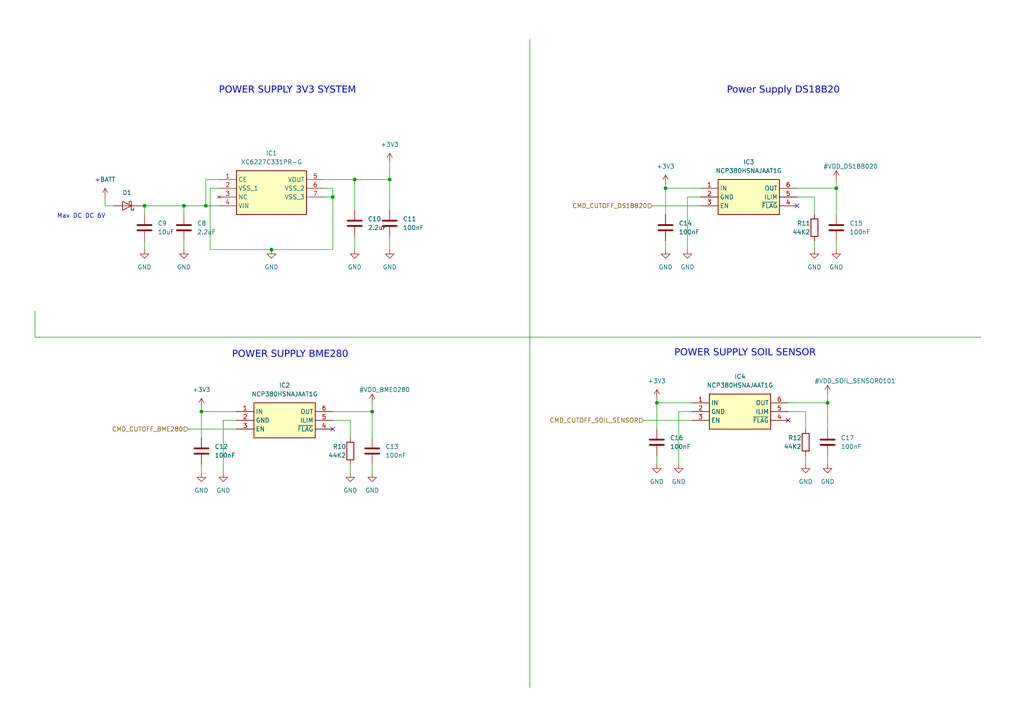
<source format=kicad_sch>
(kicad_sch (version 20230121) (generator eeschema)
  (paper "A4")
  (lib_symbols
    (symbol "Device:C" (pin_numbers hide) (pin_names (offset 0.254))
      (property "Reference" "C" (at 0.635 2.54 0))
      (property "Value" "C" (at 0.635 -2.54 0))
      (symbol "C_0_1"
        (polyline (pts (xy -2.032 -0.762) (xy 2.032 -0.762)) (stroke (width 0.508)))
        (polyline (pts (xy -2.032 0.762) (xy 2.032 0.762)) (stroke (width 0.508)))
      )
      (symbol "C_1_1"
        (pin passive line (at 0 3.81 270) (length 2.794) (name "~") (number "1"))
        (pin passive line (at 0 -3.81 90) (length 2.794) (name "~") (number "2"))
      )
    )
    (symbol "Device:R" (pin_numbers hide) (pin_names (offset 0))
      (property "Reference" "R" (at 2.032 0 90))
      (property "Value" "R" (at 0 0 90))
      (symbol "R_0_1"
        (rectangle (start -1.016 -2.54) (end 1.016 2.54) (stroke (width 0.254)))
      )
      (symbol "R_1_1"
        (pin passive line (at 0 3.81 270) (length 1.27) (name "~") (number "1"))
        (pin passive line (at 0 -3.81 90) (length 1.27) (name "~") (number "2"))
      )
    )
    (symbol "Diode:PMEG4010CEH" (pin_numbers hide) (pin_names hide)
      (property "Reference" "D" (at 0 2.54 0))
      (property "Value" "PMEG4010CEH" (at 0 -2.54 0))
      (symbol "PMEG4010CEH_0_1"
        (polyline (pts (xy 1.27 0) (xy -1.27 0)))
        (polyline (pts (xy 1.27 1.27) (xy 1.27 -1.27) (xy -1.27 0) (xy 1.27 1.27)) (stroke (width 0.2032)))
        (polyline (pts (xy -1.905 0.635) (xy -1.905 1.27) (xy -1.27 1.27) (xy -1.27 -1.27) (xy -0.635 -1.27) (xy -0.635 -0.635)) (stroke (width 0.2032)))
      )
      (symbol "PMEG4010CEH_1_1"
        (pin passive line (at -3.81 0 0) (length 2.54) (name "K") (number "1"))
        (pin passive line (at 3.81 0 180) (length 2.54) (name "A") (number "2"))
      )
    )
    (symbol "NCP380HSNAJAAT1G:NCP380HSNAJAAT1G"
      (property "Reference" "IC" (at 24.13 7.62 0))
      (property "Value" "NCP380HSNAJAAT1G" (at 24.13 5.08 0))
      (symbol "NCP380HSNAJAAT1G_1_1"
        (rectangle (start 5.08 2.54) (end 22.86 -7.62) (stroke (width 0.254)) (fill (type background)))
        (pin input line (at 0 0 0) (length 5.08) (name "IN") (number "1"))
        (pin power_in line (at 0 -2.54 0) (length 5.08) (name "GND") (number "2"))
        (pin passive line (at 0 -5.08 0) (length 5.08) (name "EN") (number "3"))
        (pin passive line (at 27.94 -5.08 180) (length 5.08) (name "~{FLAG}") (number "4"))
        (pin passive line (at 27.94 -2.54 180) (length 5.08) (name "ILIM") (number "5"))
        (pin output line (at 27.94 0 180) (length 5.08) (name "OUT") (number "6"))
      )
    )
    (symbol "XC6227C331PR-G:XC6227C331PR-G"
      (property "Reference" "IC" (at 26.67 7.62 0))
      (property "Value" "XC6227C331PR-G" (at 26.67 5.08 0))
      (symbol "XC6227C331PR-G_1_1"
        (rectangle (start 5.08 2.54) (end 25.4 -10.16) (stroke (width 0.254)) (fill (type background)))
        (pin passive line (at 0 0 0) (length 5.08) (name "CE") (number "1"))
        (pin passive line (at 0 -2.54 0) (length 5.08) (name "VSS_1") (number "2"))
        (pin no_connect line (at 0 -5.08 0) (length 5.08) (name "NC") (number "3"))
        (pin passive line (at 0 -7.62 0) (length 5.08) (name "VIN") (number "4"))
        (pin passive line (at 30.48 0 180) (length 5.08) (name "VOUT") (number "5"))
        (pin passive line (at 30.48 -2.54 180) (length 5.08) (name "VSS_2") (number "6"))
        (pin passive line (at 30.48 -5.08 180) (length 5.08) (name "VSS_3") (number "7"))
      )
    )
    (symbol "power:+3V3" (power) (pin_names (offset 0))
      (property "Value" "+3V3" (at 0 3.556 0))
      (symbol "+3V3_0_1"
        (polyline (pts (xy -0.762 1.27) (xy 0 2.54)))
        (polyline (pts (xy 0 0) (xy 0 2.54)))
        (polyline (pts (xy 0 2.54) (xy 0.762 1.27)))
      )
      (symbol "+3V3_1_1"
        (pin power_in line (at 0 0 90) (length 0) hide (name "+3V3") (number "1"))
      )
    )
    (symbol "power:+BATT" (power) (pin_names (offset 0))
      (property "Value" "+BATT" (at 0 3.556 0))
      (symbol "+BATT_0_1"
        (polyline (pts (xy -0.762 1.27) (xy 0 2.54)))
        (polyline (pts (xy 0 0) (xy 0 2.54)))
        (polyline (pts (xy 0 2.54) (xy 0.762 1.27)))
      )
      (symbol "+BATT_1_1"
        (pin power_in line (at 0 0 90) (length 0) hide (name "+BATT") (number "1"))
      )
    )
    (symbol "power:GND" (power) (pin_names (offset 0))
      (property "Value" "GND" (at 0 -3.81 0))
      (symbol "GND_0_1"
        (polyline (pts (xy 0 0) (xy 0 -1.27) (xy 1.27 -1.27) (xy 0 -2.54) (xy -1.27 -1.27) (xy 0 -1.27)))
      )
      (symbol "GND_1_1"
        (pin power_in line (at 0 0 270) (length 0) hide (name "GND") (number "1"))
      )
    )
    (symbol "power:VDD" (power) (pin_names (offset 0))
      (property "Value" "VDD" (at 0 3.81 0))
      (symbol "VDD_0_1"
        (polyline (pts (xy -0.762 1.27) (xy 0 2.54)))
        (polyline (pts (xy 0 0) (xy 0 2.54)))
        (polyline (pts (xy 0 2.54) (xy 0.762 1.27)))
      )
      (symbol "VDD_1_1"
        (pin power_in line (at 0 0 90) (length 0) hide (name "VDD") (number "1"))
      )
    )
  )
  (junction (at 113.03 52.07))
  (junction (at 242.57 54.61))
  (junction (at 193.04 54.61))
  (junction (at 78.74 72.39))
  (junction (at 59.69 59.69))
  (junction (at 58.42 119.38))
  (junction (at 41.91 59.69))
  (junction (at 107.95 119.38))
  (junction (at 96.52 57.15))
  (junction (at 102.87 52.07))
  (junction (at 190.5 116.84))
  (junction (at 240.03 116.84))
  (junction (at 53.34 59.69))
  (no_connect (at 228.6 121.92))
  (no_connect (at 231.14 59.69))
  (no_connect (at 96.52 124.46))
  (wire (pts (xy 63.5 54.61) (xy 60.96 54.61)))
  (wire (pts (xy 41.91 69.85) (xy 41.91 72.39)))
  (wire (pts (xy 193.04 69.85) (xy 193.04 72.39)))
  (wire (pts (xy 199.39 57.15) (xy 199.39 72.39)))
  (wire (pts (xy 203.2 57.15) (xy 199.39 57.15)))
  (wire (pts (xy 58.42 119.38) (xy 58.42 127)))
  (wire (pts (xy 53.34 59.69) (xy 53.34 62.23)))
  (wire (pts (xy 58.42 119.38) (xy 68.58 119.38)))
  (wire (pts (xy 189.23 59.69) (xy 203.2 59.69)))
  (wire (pts (xy 96.52 121.92) (xy 101.6 121.92)))
  (wire (pts (xy 53.34 69.85) (xy 53.34 72.39)))
  (wire (pts (xy 190.5 132.08) (xy 190.5 134.62)))
  (wire (pts (xy 101.6 134.62) (xy 101.6 137.16)))
  (wire (pts (xy 30.48 57.15) (xy 30.48 59.69)))
  (wire (pts (xy 107.95 116.84) (xy 107.95 119.38)))
  (wire (pts (xy 78.74 72.39) (xy 96.52 72.39)))
  (wire (pts (xy 190.5 116.84) (xy 200.66 116.84)))
  (wire (pts (xy 240.03 114.3) (xy 240.03 116.84)))
  (wire (pts (xy 59.69 59.69) (xy 53.34 59.69)))
  (wire (pts (xy 242.57 52.07) (xy 242.57 54.61)))
  (wire (pts (xy 228.6 119.38) (xy 233.68 119.38)))
  (wire (pts (xy 54.61 124.46) (xy 68.58 124.46)))
  (wire (pts (xy 96.52 72.39) (xy 96.52 57.15)))
  (wire (pts (xy 10.16 97.79) (xy 10.16 90.17)))
  (wire (pts (xy 113.03 52.07) (xy 113.03 60.96)))
  (wire (pts (xy 96.52 119.38) (xy 107.95 119.38)))
  (wire (pts (xy 101.6 121.92) (xy 101.6 127)))
  (wire (pts (xy 190.5 115.57) (xy 190.5 116.84)))
  (wire (pts (xy 93.98 57.15) (xy 96.52 57.15)))
  (wire (pts (xy 96.52 57.15) (xy 96.52 54.61)))
  (wire (pts (xy 102.87 52.07) (xy 102.87 60.96)))
  (wire (pts (xy 96.52 54.61) (xy 93.98 54.61)))
  (wire (pts (xy 190.5 116.84) (xy 190.5 124.46)))
  (wire (pts (xy 236.22 57.15) (xy 236.22 62.23)))
  (wire (pts (xy 53.34 59.69) (xy 41.91 59.69)))
  (wire (pts (xy 59.69 52.07) (xy 59.69 59.69)))
  (wire (pts (xy 113.03 68.58) (xy 113.03 72.39)))
  (wire (pts (xy 60.96 72.39) (xy 78.74 72.39)))
  (wire (pts (xy 196.85 119.38) (xy 196.85 134.62)))
  (wire (pts (xy 242.57 54.61) (xy 242.57 62.23)))
  (wire (pts (xy 231.14 57.15) (xy 236.22 57.15)))
  (wire (pts (xy 102.87 68.58) (xy 102.87 72.39)))
  (wire (pts (xy 193.04 54.61) (xy 193.04 62.23)))
  (wire (pts (xy 102.87 52.07) (xy 113.03 52.07)))
  (wire (pts (xy 240.03 132.08) (xy 240.03 134.62)))
  (wire (pts (xy 231.14 54.61) (xy 242.57 54.61)))
  (wire (pts (xy 233.68 119.38) (xy 233.68 124.46)))
  (wire (pts (xy 242.57 69.85) (xy 242.57 72.39)))
  (wire (pts (xy 186.69 121.92) (xy 200.66 121.92)))
  (wire (pts (xy 63.5 59.69) (xy 59.69 59.69)))
  (wire (pts (xy 153.67 11.43) (xy 153.67 199.39)))
  (wire (pts (xy 228.6 116.84) (xy 240.03 116.84)))
  (wire (pts (xy 113.03 46.99) (xy 113.03 52.07)))
  (wire (pts (xy 40.64 59.69) (xy 41.91 59.69)))
  (wire (pts (xy 193.04 53.34) (xy 193.04 54.61)))
  (wire (pts (xy 60.96 54.61) (xy 60.96 72.39)))
  (wire (pts (xy 240.03 116.84) (xy 240.03 124.46)))
  (wire (pts (xy 41.91 59.69) (xy 41.91 62.23)))
  (wire (pts (xy 193.04 54.61) (xy 203.2 54.61)))
  (wire (pts (xy 284.48 97.79) (xy 10.16 97.79)))
  (wire (pts (xy 236.22 69.85) (xy 236.22 72.39)))
  (wire (pts (xy 107.95 134.62) (xy 107.95 137.16)))
  (wire (pts (xy 58.42 134.62) (xy 58.42 137.16)))
  (wire (pts (xy 64.77 121.92) (xy 64.77 137.16)))
  (wire (pts (xy 107.95 119.38) (xy 107.95 127)))
  (wire (pts (xy 30.48 59.69) (xy 33.02 59.69)))
  (wire (pts (xy 233.68 132.08) (xy 233.68 134.62)))
  (wire (pts (xy 58.42 118.11) (xy 58.42 119.38)))
  (wire (pts (xy 68.58 121.92) (xy 64.77 121.92)))
  (wire (pts (xy 63.5 52.07) (xy 59.69 52.07)))
  (wire (pts (xy 200.66 119.38) (xy 196.85 119.38)))
  (wire (pts (xy 93.98 52.07) (xy 102.87 52.07)))
  (text "Max DC DC 6V" (at 16.51 63.5 0) (effects (font (size 1.27 1.27)) (justify left bottom)))
  (text "POWER SUPPLY 3V3 SYSTEM\n" (at 63.5 27.94 0) (effects (font (size 2 2)) (justify left bottom)))
  (text "POWER SUPPLY BME280\n\n" (at 67.31 107.95 0) (effects (font (size 2 2)) (justify left bottom)))
  (text "POWER SUPPLY SOIL SENSOR\n" (at 195.58 104.14 0) (effects (font (size 2 2)) (justify left bottom)))
  (text "Power Supply DS18B20\n" (at 210.82 27.94 0) (effects (font (size 2 2)) (justify left bottom)))
  (hierarchical_label "CMD_CUTOFF_BME280" (shape input) (at 54.61 124.46 180))
  (hierarchical_label "CMD_CUTOFF_DS18B20" (shape input) (at 189.23 59.69 180))
  (hierarchical_label "CMD_CUTOFF_SOIL_SENSOR" (shape input) (at 186.69 121.92 180))
  (symbol (lib_id "Device:C") (at 193.04 66.04 0) (unit 1)
    (property "Reference" "C14" (at 196.85 64.77 0) (effects (justify left)))
    (property "Value" "100nF" (at 196.85 67.31 0) (effects (justify left)))
    (property "Footprint" "Capacitor_SMD:C_0603_1608Metric" (effects hide))
  )
  (symbol (lib_id "Device:C") (at 41.91 66.04 0) (unit 1)
    (property "Reference" "C9" (at 45.72 64.77 0) (effects (justify left)))
    (property "Value" "10uF" (at 45.72 67.31 0) (effects (justify left)))
    (property "Footprint" "Capacitor_SMD:C_0603_1608Metric" (effects hide))
  )
  (symbol (lib_id "Device:C") (at 190.5 128.27 0) (unit 1)
    (property "Reference" "C16" (at 194.31 127 0) (effects (justify left)))
    (property "Value" "100nF" (at 194.31 129.54 0) (effects (justify left)))
    (property "Footprint" "Capacitor_SMD:C_0603_1608Metric" (effects hide))
  )
  (symbol (lib_id "Device:C") (at 107.95 130.81 0) (unit 1)
    (property "Reference" "C13" (at 111.76 129.54 0) (effects (justify left)))
    (property "Value" "100nF" (at 111.76 132.08 0) (effects (justify left)))
    (property "Footprint" "Capacitor_SMD:C_0603_1608Metric" (effects hide))
  )
  (symbol (lib_id "NCP380HSNAJAAT1G:NCP380HSNAJAAT1G") (at 203.2 54.61 0) (unit 1)
    (property "Reference" "IC3" (at 217.17 46.99 0))
    (property "Value" "NCP380HSNAJAAT1G" (at 217.17 49.53 0))
    (property "Footprint" "SOT95P275X110-6N" (effects hide))
    (property "Datasheet" "http://www.onsemi.com/pub/Collateral/NCP380-D.PDF" (effects hide))
    (property "Height" "1.1" (effects hide))
    (property "Manufacturer_Name" "onsemi" (effects hide))
    (property "Manufacturer_Part_Number" "NCP380HSNAJAAT1G" (effects hide))
    (property "Mouser Part Number" "863-NCP380HSNAJAAT1G" (effects hide))
    (property "Mouser Price/Stock" "https://www.mouser.co.uk/ProductDetail/ON-Semiconductor/NCP380HSNAJAAT1G?qs=YeOvDzlQW7365SuBMYpIhA%3D%3D" (effects hide))
    (property "Arrow Part Number" "NCP380HSNAJAAT1G" (effects hide))
    (property "Arrow Price/Stock" "https://www.arrow.com/en/products/ncp380hsnajaat1g/on-semiconductor?region=nac" (effects hide))
  )
  (symbol (lib_id "XC6227C331PR-G:XC6227C331PR-G") (at 63.5 52.07 0) (unit 1)
    (property "Reference" "IC1" (at 78.74 44.45 0))
    (property "Value" "XC6227C331PR-G" (at 78.74 46.99 0))
    (property "Footprint" "XC6227C501PRG" (effects hide))
    (property "Datasheet" "https://www.torexsemi.com/file/xc6227/XC6227.pdf" (effects hide))
    (property "Height" "1.6" (effects hide))
    (property "Manufacturer_Name" "Torex" (effects hide))
    (property "Manufacturer_Part_Number" "XC6227C331PR-G" (effects hide))
    (property "Mouser Part Number" "865-XC6227C331PR-G" (effects hide))
    (property "Mouser Price/Stock" "https://www.mouser.co.uk/ProductDetail/Torex-Semiconductor/XC6227C331PR-G?qs=AsjdqWjXhJ9DrPcUjKBVyw%3D%3D" (effects hide))
  )
  (symbol (lib_id "Device:C") (at 240.03 128.27 0) (unit 1)
    (property "Reference" "C17" (at 243.84 127 0) (effects (justify left)))
    (property "Value" "100nF" (at 243.84 129.54 0) (effects (justify left)))
    (property "Footprint" "Capacitor_SMD:C_0603_1608Metric" (effects hide))
  )
  (symbol (lib_id "power:GND") (at 193.04 72.39 0) (unit 1)
    (property "Reference" "#PWR038" (effects hide))
    (property "Value" "GND" (at 193.04 77.47 0))
  )
  (symbol (lib_id "Device:C") (at 102.87 64.77 0) (unit 1)
    (property "Reference" "C10" (at 106.68 63.5 0) (effects (justify left)))
    (property "Value" "2.2uF" (at 106.68 66.04 0) (effects (justify left)))
    (property "Footprint" "Capacitor_SMD:C_0805_2012Metric" (effects hide))
  )
  (symbol (lib_id "power:GND") (at 64.77 137.16 0) (unit 1)
    (property "Reference" "#PWR034" (effects hide))
    (property "Value" "GND" (at 64.77 142.24 0))
  )
  (symbol (lib_id "power:GND") (at 101.6 137.16 0) (unit 1)
    (property "Reference" "#PWR036" (effects hide))
    (property "Value" "GND" (at 101.6 142.24 0))
  )
  (symbol (lib_id "power:GND") (at 236.22 72.39 0) (unit 1)
    (property "Reference" "#PWR040" (effects hide))
    (property "Value" "GND" (at 236.22 77.47 0))
  )
  (symbol (lib_id "power:GND") (at 102.87 72.39 0) (unit 1)
    (property "Reference" "#PWR027" (effects hide))
    (property "Value" "GND" (at 102.87 77.47 0))
  )
  (symbol (lib_id "power:VDD") (at 240.03 114.3 0) (unit 1)
    (property "Reference" "#VDD_SOIL_SENSOR0101" (at 236.22 110.49 0) (effects (justify left)))
    (property "Value" "VDD" (effects hide))
  )
  (symbol (lib_id "power:GND") (at 190.5 134.62 0) (unit 1)
    (property "Reference" "#PWR043" (effects hide))
    (property "Value" "GND" (at 190.5 139.7 0))
  )
  (symbol (lib_id "Device:R") (at 101.6 130.81 0) (unit 1)
    (property "Reference" "R10" (at 96.52 129.54 0) (effects (justify left)))
    (property "Value" "44K2" (at 95.25 132.08 0) (effects (justify left)))
    (property "Footprint" "Resistor_SMD:R_0603_1608Metric" (effects hide))
  )
  (symbol (lib_id "power:VDD") (at 107.95 116.84 0) (unit 1)
    (property "Reference" "#VDD_BME0280" (at 104.14 113.03 0) (effects (justify left)))
    (property "Value" "VDD" (effects hide))
  )
  (symbol (lib_id "power:+3V3") (at 193.04 53.34 0) (unit 1)
    (property "Reference" "#PWR05" (effects hide))
    (property "Value" "+3V3" (at 193.04 48.26 0))
    (instances (project "Soil-moisture-sensor" (path "" (reference "#PWR05") (unit 1)) (path "" (reference "#PWR037") (unit 1))))
  )
  (symbol (lib_id "power:GND") (at 196.85 134.62 0) (unit 1)
    (property "Reference" "#PWR044" (effects hide))
    (property "Value" "GND" (at 196.85 139.7 0))
  )
  (symbol (lib_id "Device:C") (at 113.03 64.77 0) (unit 1)
    (property "Reference" "C11" (at 116.84 63.5 0) (effects (justify left)))
    (property "Value" "100nF" (at 116.84 66.04 0) (effects (justify left)))
    (property "Footprint" "Capacitor_SMD:C_0603_1608Metric" (effects hide))
  )
  (symbol (lib_id "power:GND") (at 58.42 137.16 0) (unit 1)
    (property "Reference" "#PWR033" (effects hide))
    (property "Value" "GND" (at 58.42 142.24 0))
  )
  (symbol (lib_id "Device:R") (at 233.68 128.27 0) (unit 1)
    (property "Reference" "R12" (at 228.6 127 0) (effects (justify left)))
    (property "Value" "44K2" (at 227.33 129.54 0) (effects (justify left)))
    (property "Footprint" "Resistor_SMD:R_0603_1608Metric" (effects hide))
  )
  (symbol (lib_id "power:GND") (at 113.03 72.39 0) (unit 1)
    (property "Reference" "#PWR028" (effects hide))
    (property "Value" "GND" (at 113.03 77.47 0))
  )
  (symbol (lib_id "power:+BATT") (at 30.48 57.15 0) (unit 1)
    (property "Reference" "#PWR07" (effects hide))
    (property "Value" "+BATT" (at 30.48 52.07 0))
    (instances (project "Soil-moisture-sensor" (path "" (reference "#PWR07") (unit 1)) (path "" (reference "#PWR030") (unit 1))))
  )
  (symbol (lib_id "power:GND") (at 199.39 72.39 0) (unit 1)
    (property "Reference" "#PWR039" (effects hide))
    (property "Value" "GND" (at 199.39 77.47 0))
  )
  (symbol (lib_id "power:+3V3") (at 58.42 118.11 0) (unit 1)
    (property "Reference" "#PWR05" (effects hide))
    (property "Value" "+3V3" (at 58.42 113.03 0))
    (instances (project "Soil-moisture-sensor" (path "" (reference "#PWR05") (unit 1)) (path "" (reference "#PWR032") (unit 1))))
  )
  (symbol (lib_id "power:+3V3") (at 190.5 115.57 0) (unit 1)
    (property "Reference" "#PWR05" (effects hide))
    (property "Value" "+3V3" (at 190.5 110.49 0))
    (instances (project "Soil-moisture-sensor" (path "" (reference "#PWR05") (unit 1)) (path "" (reference "#PWR042") (unit 1))))
  )
  (symbol (lib_id "power:GND") (at 41.91 72.39 0) (unit 1)
    (property "Reference" "#PWR025" (effects hide))
    (property "Value" "GND" (at 41.91 77.47 0))
  )
  (symbol (lib_id "Diode:PMEG4010CEH") (at 36.83 59.69 180) (unit 1)
    (property "Reference" "D1" (at 36.83 55.88 0))
    (property "Value" "PMEG4010CEH" (effects hide))
    (property "Footprint" "Diode_SMD:D_SOD-123F" (effects hide))
    (property "Datasheet" "https://assets.nexperia.com/documents/data-sheet/PMEG4010CEH_PMEG4010CEJ.pdf" (effects hide))
  )
  (symbol (lib_id "power:GND") (at 242.57 72.39 0) (unit 1)
    (property "Reference" "#PWR041" (effects hide))
    (property "Value" "GND" (at 242.57 77.47 0))
  )
  (symbol (lib_id "power:GND") (at 107.95 137.16 0) (unit 1)
    (property "Reference" "#PWR035" (effects hide))
    (property "Value" "GND" (at 107.95 142.24 0))
  )
  (symbol (lib_id "Device:R") (at 236.22 66.04 0) (unit 1)
    (property "Reference" "R11" (at 231.14 64.77 0) (effects (justify left)))
    (property "Value" "44K2" (at 229.87 67.31 0) (effects (justify left)))
    (property "Footprint" "Resistor_SMD:R_0603_1608Metric" (effects hide))
  )
  (symbol (lib_id "Device:C") (at 58.42 130.81 0) (unit 1)
    (property "Reference" "C12" (at 62.23 129.54 0) (effects (justify left)))
    (property "Value" "100nF" (at 62.23 132.08 0) (effects (justify left)))
    (property "Footprint" "Capacitor_SMD:C_0603_1608Metric" (effects hide))
  )
  (symbol (lib_id "Device:C") (at 242.57 66.04 0) (unit 1)
    (property "Reference" "C15" (at 246.38 64.77 0) (effects (justify left)))
    (property "Value" "100nF" (at 246.38 67.31 0) (effects (justify left)))
    (property "Footprint" "Capacitor_SMD:C_0603_1608Metric" (effects hide))
  )
  (symbol (lib_id "power:+3V3") (at 113.03 46.99 0) (unit 1)
    (property "Reference" "#PWR05" (effects hide))
    (property "Value" "+3V3" (at 113.03 41.91 0))
    (instances (project "Soil-moisture-sensor" (path "" (reference "#PWR05") (unit 1)) (path "" (reference "#PWR031") (unit 1))))
  )
  (symbol (lib_id "Device:C") (at 53.34 66.04 0) (unit 1)
    (property "Reference" "C8" (at 57.15 64.77 0) (effects (justify left)))
    (property "Value" "2.2uF" (at 57.15 67.31 0) (effects (justify left)))
    (property "Footprint" "Capacitor_SMD:C_0805_2012Metric" (effects hide))
  )
  (symbol (lib_id "power:GND") (at 233.68 134.62 0) (unit 1)
    (property "Reference" "#PWR045" (effects hide))
    (property "Value" "GND" (at 233.68 139.7 0))
  )
  (symbol (lib_id "power:GND") (at 78.74 72.39 0) (unit 1)
    (property "Reference" "#PWR029" (effects hide))
    (property "Value" "GND" (at 78.74 77.47 0))
  )
  (symbol (lib_id "power:VDD") (at 242.57 52.07 0) (unit 1)
    (property "Reference" "#VDD_DS18B020" (at 238.76 48.26 0) (effects (justify left)))
    (property "Value" "VDD" (effects hide))
  )
  (symbol (lib_id "NCP380HSNAJAAT1G:NCP380HSNAJAAT1G") (at 200.66 116.84 0) (unit 1)
    (property "Reference" "IC4" (at 214.63 109.22 0))
    (property "Value" "NCP380HSNAJAAT1G" (at 214.63 111.76 0))
    (property "Footprint" "SOT95P275X110-6N" (effects hide))
    (property "Datasheet" "http://www.onsemi.com/pub/Collateral/NCP380-D.PDF" (effects hide))
    (property "Height" "1.1" (effects hide))
    (property "Manufacturer_Name" "onsemi" (effects hide))
    (property "Manufacturer_Part_Number" "NCP380HSNAJAAT1G" (effects hide))
    (property "Mouser Part Number" "863-NCP380HSNAJAAT1G" (effects hide))
    (property "Mouser Price/Stock" "https://www.mouser.co.uk/ProductDetail/ON-Semiconductor/NCP380HSNAJAAT1G?qs=YeOvDzlQW7365SuBMYpIhA%3D%3D" (effects hide))
    (property "Arrow Part Number" "NCP380HSNAJAAT1G" (effects hide))
    (property "Arrow Price/Stock" "https://www.arrow.com/en/products/ncp380hsnajaat1g/on-semiconductor?region=nac" (effects hide))
  )
  (symbol (lib_id "NCP380HSNAJAAT1G:NCP380HSNAJAAT1G") (at 68.58 119.38 0) (unit 1)
    (property "Reference" "IC2" (at 82.55 111.76 0))
    (property "Value" "NCP380HSNAJAAT1G" (at 82.55 114.3 0))
    (property "Footprint" "SOT95P275X110-6N" (effects hide))
    (property "Datasheet" "http://www.onsemi.com/pub/Collateral/NCP380-D.PDF" (effects hide))
    (property "Height" "1.1" (effects hide))
    (property "Manufacturer_Name" "onsemi" (effects hide))
    (property "Manufacturer_Part_Number" "NCP380HSNAJAAT1G" (effects hide))
    (property "Mouser Part Number" "863-NCP380HSNAJAAT1G" (effects hide))
    (property "Mouser Price/Stock" "https://www.mouser.co.uk/ProductDetail/ON-Semiconductor/NCP380HSNAJAAT1G?qs=YeOvDzlQW7365SuBMYpIhA%3D%3D" (effects hide))
    (property "Arrow Part Number" "NCP380HSNAJAAT1G" (effects hide))
    (property "Arrow Price/Stock" "https://www.arrow.com/en/products/ncp380hsnajaat1g/on-semiconductor?region=nac" (effects hide))
  )
  (symbol (lib_id "power:GND") (at 53.34 72.39 0) (unit 1)
    (property "Reference" "#PWR026" (effects hide))
    (property "Value" "GND" (at 53.34 77.47 0))
  )
  (symbol (lib_id "power:GND") (at 240.03 134.62 0) (unit 1)
    (property "Reference" "#PWR046" (effects hide))
    (property "Value" "GND" (at 240.03 139.7 0))
  )
)
</source>
